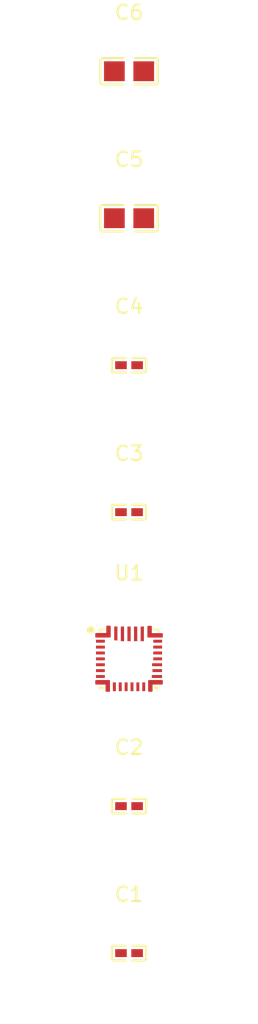
<source format=kicad_pcb>
(kicad_pcb (version 20241229) (generator "atopile") (generator_version "0.12.4")
  (layers (0 "F.Cu" signal) (31 "B.Cu" signal) (34 "B.Paste" user) (35 "F.Paste" user) (36 "B.SilkS" user "B.Silkscreen") (37 "F.SilkS" user "F.Silkscreen") (38 "B.Mask" user) (39 "F.Mask" user) (44 "Edge.Cuts" user))
  (net 0 "")
  (net 1 "power_battery-VCC")
  (net 2 "STAT")
  (net 3 "source_drive")
  (net 4 "ac_drive2")
  (net 5 "SDA")
  (net 6 "power_regn-VCC")
  (net 7 "power_pmid-VCC")
  (net 8 "power_system-VCC")
  (net 9 "power_vac1-VCC")
  (net 10 "nINT")
  (net 11 "nQON")
  (net 12 "ILIM_HIZ")
  (net 13 "SCL")
  (net 14 "TS")
  (net 15 "bootstrap2")
  (net 16 "GND")
  (net 17 "nCE")
  (net 18 "bootstrap1")
  (net 19 "switch2")
  (net 20 "switch1")
  (net 21 "power_vac2-VCC")
  (net 22 "BATP")
  (net 23 "Dpos")
  (net 24 "ac_drive1")
  (net 25 "PROG")
  (net 26 "Dneg")
  (net 27 "power_vbus-VCC")
  (footprint "CCTC_TCC0402X5R104M250AT:C0402" (layer "F.Cu") (at 0 0 0)
    (property "Reference" "C1" (at 0 -4 0) (layer "F.SilkS") (hide no))
    (property "Value" "100nF ±20% 25V X5R")
    (fp_line (start 1.02 -0.5) (end 0.23 -0.5) (stroke (width 0.15)) (layer "F.SilkS"))
    (fp_line (start 0.23 0.5) (end 1.02 0.5) (stroke (width 0.15)) (layer "F.SilkS"))
    (fp_line (start 1.17 0.35) (end 1.17 -0.35) (stroke (width 0.15)) (layer "F.SilkS"))
    (fp_line (start -1.02 -0.5) (end -0.23 -0.5) (stroke (width 0.15)) (layer "F.SilkS"))
    (fp_line (start -0.23 0.5) (end -1.02 0.5) (stroke (width 0.15)) (layer "F.SilkS"))
    (fp_line (start -1.17 0.35) (end -1.17 -0.35) (stroke (width 0.15)) (layer "F.SilkS"))
    (fp_arc (start 1.17 0.35) (mid 1.1260660171779822 0.456066017177982) (end 1.02 0.4999999999999999) (stroke (width 0.15)) (layer "F.SilkS"))
    (fp_arc (start 1.02 -0.5) (mid 1.1260660171779822 -0.4560660171779821) (end 1.17 -0.35) (stroke (width 0.15)) (layer "F.SilkS"))
    (fp_arc (start -1.17 0.35) (mid -1.1260660171779822 0.456066017177982) (end -1.02 0.4999999999999999) (stroke (width 0.15)) (layer "F.SilkS"))
    (fp_arc (start -1.02 -0.5) (mid -1.1260660171779822 -0.4560660171779821) (end -1.17 -0.35) (stroke (width 0.15)) (layer "F.SilkS"))
    (fp_text user "${REFERENCE}" (at 0 -4 0) (layer "F.SilkS"))
    (pad "2" smd rect (at 0.55 0 0) (size 0.79 0.54) (layers "F.Cu" "F.Paste" "F.Mask") (net 20 "switch1"))
    (pad "1" smd rect (at -0.55 0 0) (size 0.79 0.54) (layers "F.Cu" "F.Paste" "F.Mask") (net 18 "bootstrap1"))
  )
  (footprint "CCTC_TCC0402X5R104M250AT:C0402" (layer "F.Cu") (at 0 -10 0)
    (property "Reference" "C2" (at 0 -4 0) (layer "F.SilkS") (hide no))
    (property "Value" "100nF ±20% 25V X5R")
    (fp_line (start 1.02 -0.5) (end 0.23 -0.5) (stroke (width 0.15)) (layer "F.SilkS"))
    (fp_line (start 0.23 0.5) (end 1.02 0.5) (stroke (width 0.15)) (layer "F.SilkS"))
    (fp_line (start 1.17 0.35) (end 1.17 -0.35) (stroke (width 0.15)) (layer "F.SilkS"))
    (fp_line (start -1.02 -0.5) (end -0.23 -0.5) (stroke (width 0.15)) (layer "F.SilkS"))
    (fp_line (start -0.23 0.5) (end -1.02 0.5) (stroke (width 0.15)) (layer "F.SilkS"))
    (fp_line (start -1.17 0.35) (end -1.17 -0.35) (stroke (width 0.15)) (layer "F.SilkS"))
    (fp_arc (start 1.17 0.35) (mid 1.1260660171779822 0.456066017177982) (end 1.02 0.4999999999999999) (stroke (width 0.15)) (layer "F.SilkS"))
    (fp_arc (start 1.02 -0.5) (mid 1.1260660171779822 -0.4560660171779821) (end 1.17 -0.35) (stroke (width 0.15)) (layer "F.SilkS"))
    (fp_arc (start -1.17 0.35) (mid -1.1260660171779822 0.456066017177982) (end -1.02 0.4999999999999999) (stroke (width 0.15)) (layer "F.SilkS"))
    (fp_arc (start -1.02 -0.5) (mid -1.1260660171779822 -0.4560660171779821) (end -1.17 -0.35) (stroke (width 0.15)) (layer "F.SilkS"))
    (fp_text user "${REFERENCE}" (at 0 -4 0) (layer "F.SilkS"))
    (pad "2" smd rect (at 0.55 0 0) (size 0.79 0.54) (layers "F.Cu" "F.Paste" "F.Mask") (net 19 "switch2"))
    (pad "1" smd rect (at -0.55 0 0) (size 0.79 0.54) (layers "F.Cu" "F.Paste" "F.Mask") (net 15 "bootstrap2"))
  )
  (footprint "Texas_Instruments_BQ25798RQMR:QFN-29_L4.0-W4.0-P0.40-TL-BQ25792RQMR" (layer "F.Cu") (at 0 -20 0)
    (property "Reference" "U1" (at 0 -5.87 0) (layer "F.SilkS") (hide no))
    (property "Value" "")
    (fp_line (start -2 -1.91) (end -2 -2) (stroke (width 0.15)) (layer "F.SilkS"))
    (fp_line (start -1.73 1.97) (end -2 1.97) (stroke (width 0.15)) (layer "F.SilkS"))
    (fp_line (start -2 1.97) (end -2 1.86) (stroke (width 0.15)) (layer "F.SilkS"))
    (fp_line (start 2 1.86) (end 2 1.97) (stroke (width 0.15)) (layer "F.SilkS"))
    (fp_line (start 2 1.97) (end 1.73 1.97) (stroke (width 0.15)) (layer "F.SilkS"))
    (fp_line (start 1.68 -2.02) (end 2 -2.02) (stroke (width 0.15)) (layer "F.SilkS"))
    (fp_line (start 2 -2.02) (end 2 -1.91) (stroke (width 0.15)) (layer "F.SilkS"))
    (fp_line (start -2 -2.02) (end -1.68 -2.02) (stroke (width 0.15)) (layer "F.SilkS"))
    (fp_circle (center -2.61 -1.99) (end -2.48 -1.99) (stroke (width 0.26)) (fill no) (layer "F.SilkS"))
    (fp_text user "${REFERENCE}" (at 0 -5.87 0) (layer "F.SilkS"))
    (pad "16" smd custom (at 1.8 1.83 0) (size 0.01 0.01) (layers "F.Cu" "F.Paste" "F.Mask") (primitives (gr_poly (pts (xy 0.45 -0.15) (xy 0.45 -0.36) (xy 0.45 -0.36) (xy -0.25 -0.36) (xy -0.25 -0.36) (xy -0.25 -0.36) (xy -0.25 -0.36) (xy -0.45 -0.36) (xy -0.45 -0.36) (xy -0.45 -0.36) (xy -0.45 -0.36) (xy -0.45 -0.15) (xy -0.45 -0.15) (xy -0.45 -0.15) (xy -0.45 -0.15) (xy -0.45 0.34) (xy -0.45 0.34) (xy -0.25 0.34) (xy -0.25 0.34) (xy -0.25 -0.15) (xy -0.25 -0.15) (xy 0.45 -0.15)) (width 0.1))) (net 14 "TS"))
    (pad "9" smd custom (at -1.8 1.83 0) (size 0.01 0.01) (layers "F.Cu" "F.Paste" "F.Mask") (primitives (gr_poly (pts (xy 0.45 -0.15) (xy 0.45 -0.36) (xy 0.45 -0.36) (xy 0.45 -0.36) (xy 0.45 -0.36) (xy 0.25 -0.36) (xy 0.25 -0.36) (xy 0.25 -0.36) (xy 0.25 -0.36) (xy -0.45 -0.36) (xy -0.45 -0.36) (xy -0.45 -0.15) (xy -0.45 -0.15) (xy 0.25 -0.15) (xy 0.25 -0.15) (xy 0.25 0.34) (xy 0.25 0.34) (xy 0.45 0.34) (xy 0.45 0.34) (xy 0.45 -0.15) (xy 0.45 -0.15) (xy 0.45 -0.15)) (width 0.1))) (net 9 "power_vac1-VCC"))
    (pad "24" smd custom (at 1.78 -1.87 0) (size 0.01 0.01) (layers "F.Cu" "F.Paste" "F.Mask") (primitives (gr_poly (pts (xy -0.28 0.15) (xy -0.28 -0.35) (xy -0.28 -0.35) (xy -0.48 -0.35) (xy -0.48 -0.35) (xy -0.48 0.15) (xy -0.48 0.15) (xy -0.48 0.35) (xy -0.48 0.35) (xy -0.48 0.35) (xy -0.48 0.35) (xy 0.47 0.35) (xy 0.47 0.35) (xy 0.47 0.15) (xy 0.47 0.15) (xy -0.28 0.15)) (width 0.1))) (net 3 "source_drive"))
    (pad "1" smd custom (at -1.77 -1.87 0) (size 0.01 0.01) (layers "F.Cu" "F.Paste" "F.Mask") (primitives (gr_poly (pts (xy 0.47 0.14) (xy 0.47 -0.36) (xy 0.47 -0.36) (xy 0.27 -0.36) (xy 0.27 -0.36) (xy 0.27 0.14) (xy 0.27 0.14) (xy -0.48 0.14) (xy -0.48 0.14) (xy -0.48 0.35) (xy -0.48 0.35) (xy 0.47 0.35) (xy 0.47 0.35) (xy 0.47 0.14) (xy 0.47 0.14) (xy 0.47 0.14)) (width 0.1))) (net 2 "STAT"))
    (pad "2" smd rect (at -1.95 -1.22 0) (size 0.6 0.2) (layers "F.Cu" "F.Paste" "F.Mask") (net 27 "power_vbus-VCC"))
    (pad "3" smd rect (at -1.95 -0.82 0) (size 0.6 0.2) (layers "F.Cu" "F.Paste" "F.Mask") (net 27 "power_vbus-VCC"))
    (pad "4" smd rect (at -1.95 -0.42 0) (size 0.6 0.2) (layers "F.Cu" "F.Paste" "F.Mask") (net 18 "bootstrap1"))
    (pad "5" smd rect (at -1.95 -0.02 0) (size 0.6 0.2) (layers "F.Cu" "F.Paste" "F.Mask") (net 6 "power_regn-VCC"))
    (pad "6" smd rect (at -1.95 0.38 0) (size 0.6 0.2) (layers "F.Cu" "F.Paste" "F.Mask") (net 23 "Dpos"))
    (pad "7" smd rect (at -1.95 0.78 0) (size 0.6 0.2) (layers "F.Cu" "F.Paste" "F.Mask") (net 26 "Dneg"))
    (pad "8" smd rect (at -1.95 1.18 0) (size 0.6 0.2) (layers "F.Cu" "F.Paste" "F.Mask") (net 21 "power_vac2-VCC"))
    (pad "15" smd rect (at 1 1.88 0) (size 0.2 0.6) (layers "F.Cu" "F.Paste" "F.Mask") (net 5 "SDA"))
    (pad "10" smd rect (at -1 1.88 0) (size 0.2 0.6) (layers "F.Cu" "F.Paste" "F.Mask") (net 4 "ac_drive2"))
    (pad "11" smd rect (at -0.6 1.88 0) (size 0.2 0.6) (layers "F.Cu" "F.Paste" "F.Mask") (net 24 "ac_drive1"))
    (pad "12" smd rect (at -0.2 1.88 0) (size 0.2 0.6) (layers "F.Cu" "F.Paste" "F.Mask") (net 11 "nQON"))
    (pad "13" smd rect (at 0.2 1.88 0) (size 0.2 0.6) (layers "F.Cu" "F.Paste" "F.Mask") (net 17 "nCE"))
    (pad "28" smd rect (at -0.45 -1.72 0) (size 0.22 1) (layers "F.Cu" "F.Paste" "F.Mask") (net 20 "switch1"))
    (pad "27" smd rect (at 0 -1.72 0) (size 0.22 1) (layers "F.Cu" "F.Paste" "F.Mask") (net 16 "GND"))
    (pad "26" smd rect (at 0.45 -1.72 0) (size 0.22 1) (layers "F.Cu" "F.Paste" "F.Mask") (net 19 "switch2"))
    (pad "25" smd rect (at 0.9 -1.72 0) (size 0.22 1) (layers "F.Cu" "F.Paste" "F.Mask") (net 8 "power_system-VCC"))
    (pad "29" smd rect (at -0.9 -1.75 0) (size 0.22 0.95) (layers "F.Cu" "F.Paste" "F.Mask") (net 7 "power_pmid-VCC"))
    (pad "23" smd rect (at 1.95 -1.22 0) (size 0.6 0.2) (layers "F.Cu" "F.Paste" "F.Mask") (net 1 "power_battery-VCC"))
    (pad "22" smd rect (at 1.95 -0.82 0) (size 0.6 0.2) (layers "F.Cu" "F.Paste" "F.Mask") (net 1 "power_battery-VCC"))
    (pad "21" smd rect (at 1.95 -0.42 0) (size 0.6 0.2) (layers "F.Cu" "F.Paste" "F.Mask") (net 10 "nINT"))
    (pad "20" smd rect (at 1.95 -0.02 0) (size 0.6 0.2) (layers "F.Cu" "F.Paste" "F.Mask") (net 25 "PROG"))
    (pad "19" smd rect (at 1.91 0.38 0) (size 0.68 0.2) (layers "F.Cu" "F.Paste" "F.Mask") (net 15 "bootstrap2"))
    (pad "18" smd rect (at 1.92 0.78 0) (size 0.65 0.2) (layers "F.Cu" "F.Paste" "F.Mask") (net 22 "BATP"))
    (pad "17" smd rect (at 1.9 1.18 0) (size 0.7 0.2) (layers "F.Cu" "F.Paste" "F.Mask") (net 12 "ILIM_HIZ"))
    (pad "14" smd rect (at 0.6 1.88 0) (size 0.2 0.6) (layers "F.Cu" "F.Paste" "F.Mask") (net 13 "SCL"))
  )
  (footprint "YAGEO_CC0402KRX7R5BB104:C0402" (layer "F.Cu") (at 0 -30 0)
    (property "Reference" "C3" (at 0 -4 0) (layer "F.SilkS") (hide no))
    (property "Value" "100nF ±10% 6.3V X7R")
    (fp_line (start 1.02 -0.5) (end 0.23 -0.5) (stroke (width 0.15)) (layer "F.SilkS"))
    (fp_line (start 0.23 0.5) (end 1.02 0.5) (stroke (width 0.15)) (layer "F.SilkS"))
    (fp_line (start 1.17 0.35) (end 1.17 -0.35) (stroke (width 0.15)) (layer "F.SilkS"))
    (fp_line (start -1.02 -0.5) (end -0.23 -0.5) (stroke (width 0.15)) (layer "F.SilkS"))
    (fp_line (start -0.23 0.5) (end -1.02 0.5) (stroke (width 0.15)) (layer "F.SilkS"))
    (fp_line (start -1.17 0.35) (end -1.17 -0.35) (stroke (width 0.15)) (layer "F.SilkS"))
    (fp_arc (start 1.17 0.35) (mid 1.1260660171779822 0.456066017177982) (end 1.02 0.4999999999999999) (stroke (width 0.15)) (layer "F.SilkS"))
    (fp_arc (start 1.02 -0.5) (mid 1.1260660171779822 -0.4560660171779821) (end 1.17 -0.35) (stroke (width 0.15)) (layer "F.SilkS"))
    (fp_arc (start -1.17 0.35) (mid -1.1260660171779822 0.456066017177982) (end -1.02 0.4999999999999999) (stroke (width 0.15)) (layer "F.SilkS"))
    (fp_arc (start -1.02 -0.5) (mid -1.1260660171779822 -0.4560660171779821) (end -1.17 -0.35) (stroke (width 0.15)) (layer "F.SilkS"))
    (fp_text user "${REFERENCE}" (at 0 -4 0) (layer "F.SilkS"))
    (pad "2" smd rect (at 0.55 0 0) (size 0.79 0.54) (layers "F.Cu" "F.Paste" "F.Mask") (net 16 "GND"))
    (pad "1" smd rect (at -0.55 0 0) (size 0.79 0.54) (layers "F.Cu" "F.Paste" "F.Mask") (net 6 "power_regn-VCC"))
  )
  (footprint "Samsung_Electro_Mechanics_CL05A105KQ5NNNC:C0402" (layer "F.Cu") (at 0 -40 0)
    (property "Reference" "C4" (at 0 -4 0) (layer "F.SilkS") (hide no))
    (property "Value" "1µF ±10% 6.3V X5R")
    (fp_line (start 1.02 -0.5) (end 0.23 -0.5) (stroke (width 0.15)) (layer "F.SilkS"))
    (fp_line (start 0.23 0.5) (end 1.02 0.5) (stroke (width 0.15)) (layer "F.SilkS"))
    (fp_line (start 1.17 0.35) (end 1.17 -0.35) (stroke (width 0.15)) (layer "F.SilkS"))
    (fp_line (start -1.02 -0.5) (end -0.23 -0.5) (stroke (width 0.15)) (layer "F.SilkS"))
    (fp_line (start -0.23 0.5) (end -1.02 0.5) (stroke (width 0.15)) (layer "F.SilkS"))
    (fp_line (start -1.17 0.35) (end -1.17 -0.35) (stroke (width 0.15)) (layer "F.SilkS"))
    (fp_arc (start 1.17 0.35) (mid 1.1260660171779822 0.456066017177982) (end 1.02 0.4999999999999999) (stroke (width 0.15)) (layer "F.SilkS"))
    (fp_arc (start 1.02 -0.5) (mid 1.1260660171779822 -0.4560660171779821) (end 1.17 -0.35) (stroke (width 0.15)) (layer "F.SilkS"))
    (fp_arc (start -1.17 0.35) (mid -1.1260660171779822 0.456066017177982) (end -1.02 0.4999999999999999) (stroke (width 0.15)) (layer "F.SilkS"))
    (fp_arc (start -1.02 -0.5) (mid -1.1260660171779822 -0.4560660171779821) (end -1.17 -0.35) (stroke (width 0.15)) (layer "F.SilkS"))
    (fp_text user "${REFERENCE}" (at 0 -4 0) (layer "F.SilkS"))
    (pad "2" smd rect (at 0.55 0 0) (size 0.79 0.54) (layers "F.Cu" "F.Paste" "F.Mask") (net 16 "GND"))
    (pad "1" smd rect (at -0.55 0 0) (size 0.79 0.54) (layers "F.Cu" "F.Paste" "F.Mask") (net 6 "power_regn-VCC"))
  )
  (footprint "Samsung_Electro_Mechanics_CL21A106KAYNNNE:C0805" (layer "F.Cu") (at 0 -50 0)
    (property "Reference" "C5" (at 0 -4 0) (layer "F.SilkS") (hide no))
    (property "Value" "10µF ±10% 25V X5R")
    (fp_line (start 1.81 -0.9) (end 0.4 -0.9) (stroke (width 0.15)) (layer "F.SilkS"))
    (fp_line (start 0.4 0.9) (end 1.81 0.9) (stroke (width 0.15)) (layer "F.SilkS"))
    (fp_line (start 1.96 0.75) (end 1.96 -0.75) (stroke (width 0.15)) (layer "F.SilkS"))
    (fp_line (start -1.81 -0.9) (end -0.4 -0.9) (stroke (width 0.15)) (layer "F.SilkS"))
    (fp_line (start -0.4 0.9) (end -1.81 0.9) (stroke (width 0.15)) (layer "F.SilkS"))
    (fp_line (start -1.96 0.75) (end -1.96 -0.75) (stroke (width 0.15)) (layer "F.SilkS"))
    (fp_arc (start 1.96 0.75) (mid 1.9160660171779822 0.856066017177982) (end 1.81 0.8999999999999999) (stroke (width 0.15)) (layer "F.SilkS"))
    (fp_arc (start 1.81 -0.9) (mid 1.9160660171779822 -0.8560660171779821) (end 1.96 -0.75) (stroke (width 0.15)) (layer "F.SilkS"))
    (fp_arc (start -1.96 0.75) (mid -1.9160660171779822 0.856066017177982) (end -1.81 0.8999999999999999) (stroke (width 0.15)) (layer "F.SilkS"))
    (fp_arc (start -1.81 -0.9) (mid -1.9160660171779822 -0.8560660171779821) (end -1.96 -0.75) (stroke (width 0.15)) (layer "F.SilkS"))
    (fp_text user "${REFERENCE}" (at 0 -4 0) (layer "F.SilkS"))
    (pad "2" smd rect (at 1 0 0) (size 1.41 1.35) (layers "F.Cu" "F.Paste" "F.Mask") (net 16 "GND"))
    (pad "1" smd rect (at -1 0 0) (size 1.41 1.35) (layers "F.Cu" "F.Paste" "F.Mask") (net 8 "power_system-VCC"))
  )
  (footprint "Murata_Electronics_GRM21BC8YA106KE11L:C0805" (layer "F.Cu") (at 0 -60 0)
    (property "Reference" "C6" (at 0 -4 0) (layer "F.SilkS") (hide no))
    (property "Value" "10µF ±10% 35V")
    (fp_line (start 1.81 -0.9) (end 0.4 -0.9) (stroke (width 0.15)) (layer "F.SilkS"))
    (fp_line (start 0.4 0.9) (end 1.81 0.9) (stroke (width 0.15)) (layer "F.SilkS"))
    (fp_line (start 1.96 0.75) (end 1.96 -0.75) (stroke (width 0.15)) (layer "F.SilkS"))
    (fp_line (start -1.81 -0.9) (end -0.4 -0.9) (stroke (width 0.15)) (layer "F.SilkS"))
    (fp_line (start -0.4 0.9) (end -1.81 0.9) (stroke (width 0.15)) (layer "F.SilkS"))
    (fp_line (start -1.96 0.75) (end -1.96 -0.75) (stroke (width 0.15)) (layer "F.SilkS"))
    (fp_arc (start 1.96 0.75) (mid 1.9160660171779822 0.856066017177982) (end 1.81 0.8999999999999999) (stroke (width 0.15)) (layer "F.SilkS"))
    (fp_arc (start 1.81 -0.9) (mid 1.9160660171779822 -0.8560660171779821) (end 1.96 -0.75) (stroke (width 0.15)) (layer "F.SilkS"))
    (fp_arc (start -1.96 0.75) (mid -1.9160660171779822 0.856066017177982) (end -1.81 0.8999999999999999) (stroke (width 0.15)) (layer "F.SilkS"))
    (fp_arc (start -1.81 -0.9) (mid -1.9160660171779822 -0.8560660171779821) (end -1.96 -0.75) (stroke (width 0.15)) (layer "F.SilkS"))
    (fp_text user "${REFERENCE}" (at 0 -4 0) (layer "F.SilkS"))
    (pad "2" smd rect (at 1 0 0) (size 1.41 1.35) (layers "F.Cu" "F.Paste" "F.Mask") (net 16 "GND"))
    (pad "1" smd rect (at -1 0 0) (size 1.41 1.35) (layers "F.Cu" "F.Paste" "F.Mask") (net 27 "power_vbus-VCC"))
  )
)
</source>
